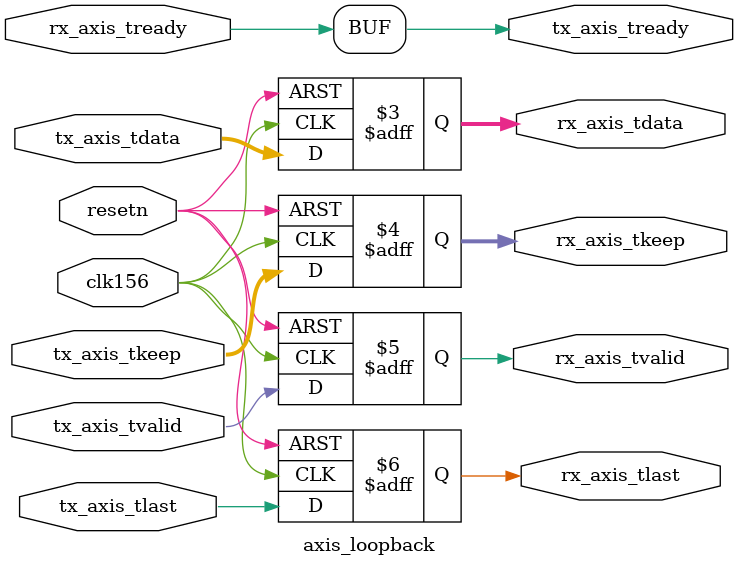
<source format=v>
module axis_loopback #
(
  parameter DATA_W = 64,
  parameter KEEP_W = DATA_W/8
)
(
  input              clk156,
  input              resetn,
  input  [DATA_W-1:0] tx_axis_tdata,
  input  [KEEP_W-1:0] tx_axis_tkeep,
  input               tx_axis_tvalid,
  output              tx_axis_tready,
  input               tx_axis_tlast,
  output reg [DATA_W-1:0] rx_axis_tdata,
  output reg [KEEP_W-1:0] rx_axis_tkeep,
  output reg              rx_axis_tvalid,
  input                   rx_axis_tready,
  output reg              rx_axis_tlast
);

  assign tx_axis_tready = rx_axis_tready;

  always @(posedge clk156 or negedge resetn) begin
    if (!resetn) begin
      rx_axis_tdata  <= 0;
      rx_axis_tkeep  <= 0;
      rx_axis_tvalid <= 0;
      rx_axis_tlast  <= 0;
    end else begin
      rx_axis_tdata  <= tx_axis_tdata;
      rx_axis_tkeep  <= tx_axis_tkeep;
      rx_axis_tvalid <= tx_axis_tvalid;
      rx_axis_tlast  <= tx_axis_tlast;
    end
  end
endmodule

</source>
